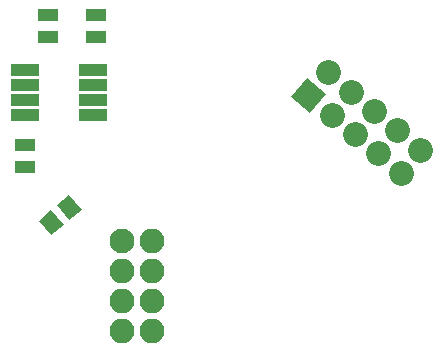
<source format=gbs>
G04 #@! TF.FileFunction,Soldermask,Bot*
%FSLAX46Y46*%
G04 Gerber Fmt 4.6, Leading zero omitted, Abs format (unit mm)*
G04 Created by KiCad (PCBNEW 4.0.6-e0-6349~52~ubuntu16.10.1) date Sun Jul  9 07:11:00 2017*
%MOMM*%
%LPD*%
G01*
G04 APERTURE LIST*
%ADD10C,0.100000*%
%ADD11C,2.100000*%
%ADD12O,2.100000X2.100000*%
%ADD13R,1.700000X1.100000*%
%ADD14R,2.400000X1.000000*%
%ADD15C,2.100000*%
G04 APERTURE END LIST*
D10*
G36*
X94228025Y-145224726D02*
X93167425Y-143960753D01*
X94239887Y-143060850D01*
X95300487Y-144324823D01*
X94228025Y-145224726D01*
X94228025Y-145224726D01*
G37*
G36*
X95760113Y-143939150D02*
X94699513Y-142675177D01*
X95771975Y-141775274D01*
X96832575Y-143039247D01*
X95760113Y-143939150D01*
X95760113Y-143939150D01*
G37*
D11*
X100250000Y-145710000D03*
D12*
X102790000Y-145710000D03*
X100250000Y-148250000D03*
X102790000Y-148250000D03*
X100250000Y-150790000D03*
X102790000Y-150790000D03*
X100250000Y-153330000D03*
X102790000Y-153330000D03*
D13*
X92000000Y-139450000D03*
X92000000Y-137550000D03*
X94000000Y-126550000D03*
X94000000Y-128450000D03*
X98000000Y-126550000D03*
X98000000Y-128450000D03*
D14*
X97800000Y-131190000D03*
X97800000Y-132460000D03*
X97800000Y-133730000D03*
X97800000Y-135000000D03*
X92000000Y-135000000D03*
X92000000Y-133730000D03*
X92000000Y-132460000D03*
X92000000Y-131190000D03*
D10*
G36*
X116183667Y-134846593D02*
X114574973Y-133496739D01*
X115924827Y-131888045D01*
X117533521Y-133237899D01*
X116183667Y-134846593D01*
X116183667Y-134846593D01*
G37*
D15*
X117686928Y-131421566D02*
X117686928Y-131421566D01*
X118000000Y-135000000D02*
X118000000Y-135000000D01*
X119632680Y-133054247D02*
X119632680Y-133054247D01*
X119945753Y-136632680D02*
X119945753Y-136632680D01*
X121578433Y-134686927D02*
X121578433Y-134686927D01*
X121891506Y-138265361D02*
X121891506Y-138265361D01*
X123524186Y-136319608D02*
X123524186Y-136319608D01*
X123837259Y-139898041D02*
X123837259Y-139898041D01*
X125469939Y-137952288D02*
X125469939Y-137952288D01*
M02*

</source>
